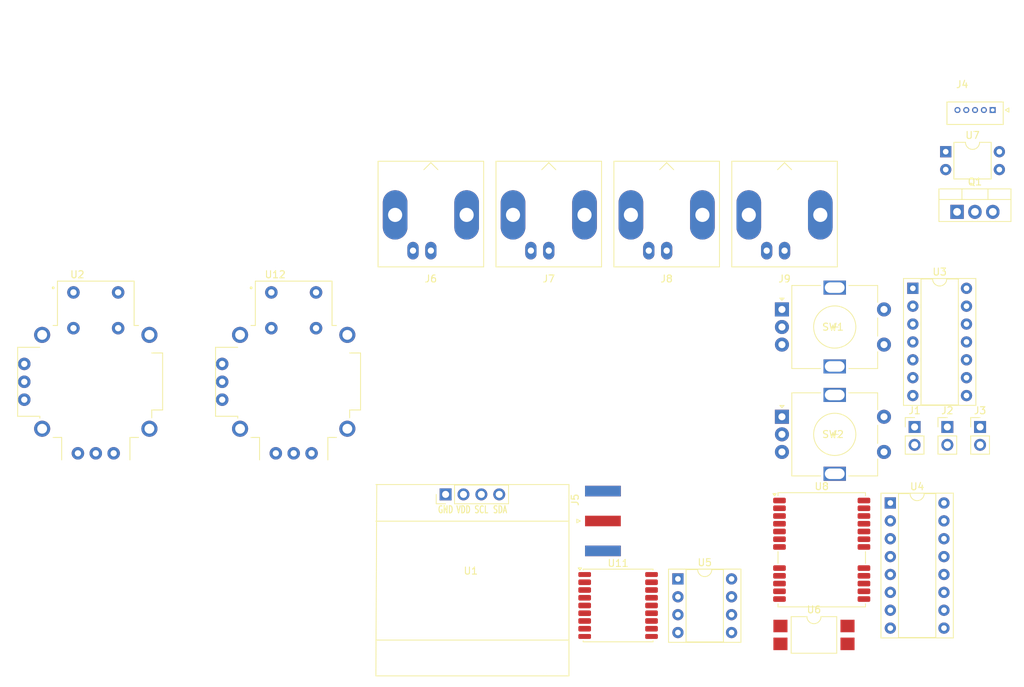
<source format=kicad_pcb>
(kicad_pcb (version 20240108) (generator "pcbnew") (generator_version "8.0")
  (layers (0 "F.Cu" signal) (31 "B.Cu" signal) (34 "B.Paste" user) (35 "F.Paste" user) (36 "B.SilkS" user "B.Silkscreen") (37 "F.SilkS" user "F.Silkscreen") (38 "B.Mask" user) (39 "F.Mask" user) (44 "Edge.Cuts" user))
  (net 0 "")
  (net 75 "Net-(U6-Pad3)")
  (net 76 "Net-(U6-Pad4)")
  (net 85 "Net-(U8-GND-Pad10)")
  (net 105 "Net-(U11-GND-Pad1)")
  (net 117 "Net-(U2-SHIELD-PadS1)")
  (net 126 "Net-(U12-SHIELD-PadS1)")
  (footprint "CREPP_DIP:DIP-8_W7.62mm" (layer "F.Cu") (at 161.361577 45.387885)
    (property "Reference" "V1")
    (property "Value" "~" (hide yes))
  )
  (footprint "Package_DIP:DIP-16_W7.62mm_Socket" (layer "F.Cu") (at 154.366577 113.672885)
    (property "Reference" "U4" (at 3.81 -2.33 0) (layer "F.SilkS"))
    (property "Value" "L293D")
    (fp_line (start -1.33 -1.39) (end -1.33 19.17) (stroke (width 0.12)) (layer "F.SilkS"))
    (fp_line (start -1.33 19.17) (end 8.95 19.17) (stroke (width 0.12)) (layer "F.SilkS"))
    (fp_line (start 1.16 -1.33) (end 1.16 19.11) (stroke (width 0.12)) (layer "F.SilkS"))
    (fp_line (start 1.16 19.11) (end 6.46 19.11) (stroke (width 0.12)) (layer "F.SilkS"))
    (fp_line (start 2.81 -1.33) (end 1.16 -1.33) (stroke (width 0.12)) (layer "F.SilkS"))
    (fp_line (start 6.46 -1.33) (end 4.81 -1.33) (stroke (width 0.12)) (layer "F.SilkS"))
    (fp_line (start 6.46 19.11) (end 6.46 -1.33) (stroke (width 0.12)) (layer "F.SilkS"))
    (fp_line (start 8.95 -1.39) (end -1.33 -1.39) (stroke (width 0.12)) (layer "F.SilkS"))
    (fp_line (start 8.95 19.17) (end 8.95 -1.39) (stroke (width 0.12)) (layer "F.SilkS"))
    (fp_arc (start 4.81 -1.33) (mid 3.81 -0.33) (end 2.81 -1.33) (stroke (width 0.12)) (layer "F.SilkS"))
    (pad "1" thru_hole rect (at 0 0) (size 1.6 1.6) (drill 0.8) (layers "*.Cu" "*.Mask"))
    (pad "2" thru_hole oval (at 0 2.54) (size 1.6 1.6) (drill 0.8) (layers "*.Cu" "*.Mask"))
    (pad "3" thru_hole oval (at 0 5.08) (size 1.6 1.6) (drill 0.8) (layers "*.Cu" "*.Mask"))
    (pad "4" thru_hole oval (at 0 7.62) (size 1.6 1.6) (drill 0.8) (layers "*.Cu" "*.Mask"))
    (pad "5" thru_hole oval (at 0 10.16) (size 1.6 1.6) (drill 0.8) (layers "*.Cu" "*.Mask"))
    (pad "6" thru_hole oval (at 0 12.7) (size 1.6 1.6) (drill 0.8) (layers "*.Cu" "*.Mask"))
    (pad "7" thru_hole oval (at 0 15.24) (size 1.6 1.6) (drill 0.8) (layers "*.Cu" "*.Mask"))
    (pad "8" thru_hole oval (at 0 17.78) (size 1.6 1.6) (drill 0.8) (layers "*.Cu" "*.Mask"))
    (pad "9" thru_hole oval (at 7.62 17.78) (size 1.6 1.6) (drill 0.8) (layers "*.Cu" "*.Mask"))
    (pad "10" thru_hole oval (at 7.62 15.24) (size 1.6 1.6) (drill 0.8) (layers "*.Cu" "*.Mask"))
    (pad "11" thru_hole oval (at 7.62 12.7) (size 1.6 1.6) (drill 0.8) (layers "*.Cu" "*.Mask"))
    (pad "12" thru_hole oval (at 7.62 10.16) (size 1.6 1.6) (drill 0.8) (layers "*.Cu" "*.Mask"))
    (pad "13" thru_hole oval (at 7.62 7.62) (size 1.6 1.6) (drill 0.8) (layers "*.Cu" "*.Mask"))
    (pad "14" thru_hole oval (at 7.62 5.08) (size 1.6 1.6) (drill 0.8) (layers "*.Cu" "*.Mask"))
    (pad "15" thru_hole oval (at 7.62 2.54) (size 1.6 1.6) (drill 0.8) (layers "*.Cu" "*.Mask"))
    (pad "16" thru_hole oval (at 7.62 0) (size 1.6 1.6) (drill 0.8) (layers "*.Cu" "*.Mask"))
  )
  (footprint "Connector_PinHeader_2.54mm:PinHeader_1x02_P2.54mm_Vertical" (layer "F.Cu") (at 167.116577 102.872885)
    (property "Reference" "J3" (at 0 -2.33 0) (layer "F.SilkS"))
    (property "Value" "Conn_01x02_Pin")
    (fp_line (start -1.33 -1.33) (end 0 -1.33) (stroke (width 0.12)) (layer "F.SilkS"))
    (fp_line (start -1.33 0) (end -1.33 -1.33) (stroke (width 0.12)) (layer "F.SilkS"))
    (fp_line (start -1.33 1.27) (end -1.33 3.87) (stroke (width 0.12)) (layer "F.SilkS"))
    (fp_line (start -1.33 1.27) (end 1.33 1.27) (stroke (width 0.12)) (layer "F.SilkS"))
    (fp_line (start -1.33 3.87) (end 1.33 3.87) (stroke (width 0.12)) (layer "F.SilkS"))
    (fp_line (start 1.33 1.27) (end 1.33 3.87) (stroke (width 0.12)) (layer "F.SilkS"))
    (pad "1" thru_hole rect (at 0 0) (size 1.7 1.7) (drill 1) (layers "*.Cu" "*.Mask"))
    (pad "2" thru_hole oval (at 0 2.54) (size 1.7 1.7) (drill 1) (layers "*.Cu" "*.Mask"))
  )
  (footprint "CREPP_Jumpers:Jumper_2.54mm_red" (layer "F.Cu") (at 166.071577 76.167885)
    (property "Reference" "JP2" (hide yes))
    (property "Value" "Jumper_2.54mm_red" (hide yes))
  )
  (footprint "Connector_PinHeader_2.54mm:PinHeader_1x02_P2.54mm_Vertical" (layer "F.Cu") (at 157.816577 102.872885)
    (property "Reference" "J1" (at 0 -2.33 0) (layer "F.SilkS"))
    (property "Value" "Conn_01x02_Pin")
    (fp_line (start -1.33 -1.33) (end 0 -1.33) (stroke (width 0.12)) (layer "F.SilkS"))
    (fp_line (start -1.33 0) (end -1.33 -1.33) (stroke (width 0.12)) (layer "F.SilkS"))
    (fp_line (start -1.33 1.27) (end -1.33 3.87) (stroke (width 0.12)) (layer "F.SilkS"))
    (fp_line (start -1.33 1.27) (end 1.33 1.27) (stroke (width 0.12)) (layer "F.SilkS"))
    (fp_line (start -1.33 3.87) (end 1.33 3.87) (stroke (width 0.12)) (layer "F.SilkS"))
    (fp_line (start 1.33 1.27) (end 1.33 3.87) (stroke (width 0.12)) (layer "F.SilkS"))
    (pad "1" thru_hole rect (at 0 0) (size 1.7 1.7) (drill 1) (layers "*.Cu" "*.Mask"))
    (pad "2" thru_hole oval (at 0 2.54) (size 1.7 1.7) (drill 1) (layers "*.Cu" "*.Mask"))
  )
  (footprint "CREPP_Screens:SSD1306_OLED_Display(128x64)" (layer "F.Cu") (at 94.987577 112.452885)
    (property "Reference" "U1" (at -0.2286 10.8712 0) (layer "F.SilkS"))
    (property "Value" "~")
    (fp_line (start -13.716 -1.397) (end 13.716 -1.397) (stroke (width 0.12)) (layer "F.SilkS"))
    (fp_line (start -13.716 3.81) (end 13.716 3.81) (stroke (width 0.12)) (layer "F.SilkS"))
    (fp_line (start -13.716 20.701) (end 13.716 20.701) (stroke (width 0.12)) (layer "F.SilkS"))
    (fp_line (start -13.716 25.781) (end -13.589 -1.397) (stroke (width 0.12)) (layer "F.SilkS"))
    (fp_line (start -5.14 1.33) (end -5.14 0) (stroke (width 0.12)) (layer "F.SilkS"))
    (fp_line (start -3.81 1.33) (end -5.14 1.33) (stroke (width 0.12)) (layer "F.SilkS"))
    (fp_line (start -2.54 -1.33) (end 5.14 -1.33) (stroke (width 0.12)) (layer "F.SilkS"))
    (fp_line (start -2.54 1.33) (end -2.54 -1.33) (stroke (width 0.12)) (layer "F.SilkS"))
    (fp_line (start -2.54 1.33) (end 5.14 1.33) (stroke (width 0.12)) (layer "F.SilkS"))
    (fp_line (start 5.14 1.33) (end 5.14 -1.33) (stroke (width 0.12)) (layer "F.SilkS"))
    (fp_line (start 13.716 25.781) (end -13.716 25.781) (stroke (width 0.12)) (layer "F.SilkS"))
    (fp_line (start 13.716 25.781) (end 13.716 -1.397) (stroke (width 0.12)) (layer "F.SilkS"))
    (fp_text user "SDA" (at 3.937 2.159 0) (layer "F.SilkS") (effects (font (size 1 0.7))))
    (fp_text user "VDD" (at -1.27 2.159 0) (layer "F.SilkS") (effects (font (size 1 0.7))))
    (fp_text user "SCL" (at 1.27 2.159 0) (layer "F.SilkS") (effects (font (size 1 0.7))))
    (fp_text user "GND" (at -3.81 2.159 0) (layer "F.SilkS") (effects (font (size 1 0.7))))
    (pad "" np_thru_hole oval (at -11.176 0.635) (size 3.8 2.9) (drill oval 3.8 2.9) (layers "*.Cu" "*.Mask"))
    (pad "" np_thru_hole oval (at -11.176 23.749) (size 3.8 2.9) (drill oval 3.8 2.9) (layers "*.Cu" "*.Mask"))
    (pad "" np_thru_hole oval (at 11.176 0.635) (size 3.8 2.9) (drill oval 3.8 2.9) (layers "*.Cu" "*.Mask"))
    (pad "" np_thru_hole oval (at 11.176 23.749) (size 3.8 2.9) (drill oval 3.8 2.9) (layers "*.Cu" "*.Mask"))
    (pad "1" thru_hole rect (at -3.81 0 90) (size 1.7 1.7) (drill 1) (layers "*.Cu" "*.Mask"))
    (pad "2" thru_hole oval (at -1.27 0 90) (size 1.7 1.7) (drill 1) (layers "*.Cu" "*.Mask"))
    (pad "3" thru_hole oval (at 1.27 0 90) (size 1.7 1.7) (drill 1) (layers "*.Cu" "*.Mask"))
    (pad "4" thru_hole oval (at 3.81 0 90) (size 1.7 1.7) (drill 1) (layers "*.Cu" "*.Mask"))
  )
  (footprint "Connector_Coaxial:BNC_Amphenol_B6252HB-NPP3G-50_Horizontal" (layer "F.Cu") (at 105.836577 77.822885)
    (property "Reference" "J7" (at 0 4 0) (layer "F.SilkS"))
    (property "Value" "BNC")
    (fp_line (start -7.5 -12.7) (end 7.5 -12.7) (stroke (width 0.12)) (layer "F.SilkS"))
    (fp_line (start -7.5 2.3) (end -7.5 -12.7) (stroke (width 0.12)) (layer "F.SilkS"))
    (fp_line (start 0 -12.5) (end -1 -11.5) (stroke (width 0.12)) (layer "F.SilkS"))
    (fp_line (start 0 -12.5) (end 1 -11.5) (stroke (width 0.12)) (layer "F.SilkS"))
    (fp_line (start 7.5 -12.7) (end 7.5 2.3) (stroke (width 0.12)) (layer "F.SilkS"))
    (fp_line (start 7.5 2.3) (end -7.5 2.3) (stroke (width 0.12)) (layer "F.SilkS"))
    (pad "1" thru_hole oval (at 0 0) (size 1.6 2.5) (drill 0.89) (layers "*.Cu" "*.Mask"))
    (pad "2" thru_hole oval (at -5.08 -5.08) (size 3.5 7) (drill 2.01) (layers "*.Cu" "*.Mask"))
    (pad "2" thru_hole oval (at -2.54 0) (size 1.6 2.5) (drill 0.89) (layers "*.Cu" "*.Mask"))
    (pad "2" thru_hole oval (at 5.08 -5.08) (size 3.5 7) (drill 2.01) (layers "*.Cu" "*.Mask"))
  )
  (footprint "Package_TO_SOT_THT:TO-220-3_Vertical" (layer "F.Cu") (at 163.846577 72.312885)
    (property "Reference" "Q1" (at 2.54 -4.27 0) (layer "F.SilkS"))
    (property "Value" "IRF540N")
    (fp_line (start -2.58 -3.27) (end -2.58 1.371) (stroke (width 0.12)) (layer "F.SilkS"))
    (fp_line (start -2.58 -3.27) (end 7.66 -3.27) (stroke (width 0.12)) (layer "F.SilkS"))
    (fp_line (start -2.58 -1.76) (end 7.66 -1.76) (stroke (width 0.12)) (layer "F.SilkS"))
    (fp_line (start -2.58 1.371) (end 7.66 1.371) (stroke (width 0.12)) (layer "F.SilkS"))
    (fp_line (start 0.69 -3.27) (end 0.69 -1.76) (stroke (width 0.12)) (layer "F.SilkS"))
    (fp_line (start 4.391 -3.27) (end 4.391 -1.76) (stroke (width 0.12)) (layer "F.SilkS"))
    (fp_line (start 7.66 -3.27) (end 7.66 1.371) (stroke (width 0.12)) (layer "F.SilkS"))
    (pad "1" thru_hole rect (at 0 0) (size 1.905 2) (drill 1.1) (layers "*.Cu" "*.Mask"))
    (pad "2" thru_hole oval (at 2.54 0) (size 1.905 2) (drill 1.1) (layers "*.Cu" "*.Mask"))
    (pad "3" thru_hole oval (at 5.08 0) (size 1.905 2) (drill 1.1) (layers "*.Cu" "*.Mask"))
  )
  (footprint "CREPP_Servo:SG90_Servo" (layer "F.Cu") (at 154.052777 52.277485)
    (property "Reference" "SERVO_SG1" (hide yes))
    (property "Value" "~")
  )
  (footprint "CREPP_Spacers:Spacer_M3_MF_05mm" (layer "F.Cu") (at 167.64 115.146308)
    (property "Reference" "S1" (hide yes))
    (property "Value" "~" (hide yes))
  )
  (footprint "CREPP_Joysticks:XDCR_COM-09032" (layer "F.Cu") (at 41.476446 96.4565)
    (property "Reference" "U2" (at -2.625 -15.235 0) (layer "F.SilkS"))
    (property "Value" "COM-09032")
    (fp_line (start -11.1 -4.9) (end -7.95 -4.9) (stroke (width 0.127)) (layer "F.SilkS"))
    (fp_line (start -11.1 4.9) (end -11.1 -4.9) (stroke (width 0.127)) (layer "F.SilkS"))
    (fp_line (start -7.95 4.9) (end -11.1 4.9) (stroke (width 0.127)) (layer "F.SilkS"))
    (fp_line (start -7.95 5.17) (end -7.95 4.9) (stroke (width 0.127)) (layer "F.SilkS"))
    (fp_line (start -6.07 -8) (end -5.45 -8) (stroke (width 0.127)) (layer "F.SilkS"))
    (fp_line (start -5.45 -14.3) (end 5.45 -14.3) (stroke (width 0.127)) (layer "F.SilkS"))
    (fp_line (start -5.45 -8) (end -5.45 -14.3) (stroke (width 0.127)) (layer "F.SilkS"))
    (fp_line (start -4.85 7.9) (end -6.07 7.9) (stroke (width 0.127)) (layer "F.SilkS"))
    (fp_line (start -4.85 11.1) (end -4.85 7.9) (stroke (width 0.127)) (layer "F.SilkS"))
    (fp_line (start 4.85 7.9) (end 4.85 11.1) (stroke (width 0.127)) (layer "F.SilkS"))
    (fp_line (start 5.45 -14.3) (end 5.45 -8) (stroke (width 0.127)) (layer "F.SilkS"))
    (fp_line (start 5.45 -8) (end 6.08 -8) (stroke (width 0.127)) (layer "F.SilkS"))
    (fp_line (start 6.08 7.9) (end 4.85 7.9) (stroke (width 0.127)) (layer "F.SilkS"))
    (fp_line (start 7.95 -4.1) (end 9.5 -4.1) (stroke (width 0.127)) (layer "F.SilkS"))
    (fp_line (start 7.95 4) (end 7.95 5.12) (stroke (width 0.127)) (layer "F.SilkS"))
    (fp_line (start 9.5 -4.1) (end 9.5 4) (stroke (width 0.127)) (layer "F.SilkS"))
    (fp_line (start 9.5 4) (end 7.95 4) (stroke (width 0.127)) (layer "F.SilkS"))
    (fp_circle (center -6.05 -13.35) (end -5.95 -13.35) (stroke (width 0.2)) (fill none) (layer "F.SilkS"))
    (pad "B1A" thru_hole circle (at -3.175 -12.7) (size 1.778 1.778) (drill 0.9) (layers "*.Cu" "*.Mask"))
    (pad "B1B" thru_hole circle (at 3.175 -12.7) (size 1.778 1.778) (drill 0.9) (layers "*.Cu" "*.Mask"))
    (pad "B2A" thru_hole circle (at -3.175 -7.62) (size 1.778 1.778) (drill 0.9) (layers "*.Cu" "*.Mask"))
    (pad "B2B" thru_hole circle (at 3.175 -7.62) (size 1.778 1.778) (drill 0.9) (layers "*.Cu" "*.Mask"))
    (pad "H1" thru_hole circle (at -2.54 10.16) (size 1.778 1.778) (drill 0.889) (layers "*.Cu" "*.Mask"))
    (pad "H2" thru_hole circle (at 0 10.16) (size 1.778 1.778) (drill 0.889) (layers "*.Cu" "*.Mask"))
    (pad "H3" thru_hole circle (at 2.54 10.16) (size 1.778 1.778) (drill 0.889) (layers "*.Cu" "*.Mask"))
    (pad "S1" thru_hole circle (at -7.62 -6.6675) (size 2.286 2.286) (drill 1.397) (layers "*.Cu" "*.Mask") (net 117 "Net-(U2-SHIELD-PadS1)"))
    (pad "S2" thru_hole circle (at -7.62 6.6675) (size 2.286 2.286) (drill 1.397) (layers "*.Cu" "*.Mask") (net 117 "Net-(U2-SHIELD-PadS1)"))
    (pad "S3" thru_hole circle (at 7.62 6.6675) (size 2.286 2.286) (drill 1.397) (layers "*.Cu" "*.Mask") (net 117 "Net-(U2-SHIELD-PadS1)"))
    (pad "S4" thru_hole circle (at 7.62 -6.6675) (size 2.286 2.286) (drill 1.397) (layers "*.Cu" "*.Mask") (net 117 "Net-(U2-SHIELD-PadS1)"))
    (pad "V1" thru_hole circle (at -10.16 -2.54) (size 1.778 1.778) (drill 0.889) (layers "*.Cu" "*.Mask"))
    (pad "V2" thru_hole circle (at -10.16 0) (size 1.778 1.778) (drill 0.889) (layers "*.Cu" "*.Mask"))
    (pad "V3" thru_hole circle (at -10.16 2.54) (size 1.778 1.778) (drill 0.889) (layers "*.Cu" "*.Mask"))
  )
  (footprint "CREPP_RotaryEncoders:RotaryEncoder" (layer "F.Cu") (at 138.966577 86.172885)
    (property "Reference" "SW1" (at 7.25 2.5 0) (layer "F.SilkS"))
    (property "Value" "RotaryEncoder_Switch" (hide yes))
    (fp_line (start -0.3 -1.6) (end 0.3 -1.6) (stroke (width 0.12)) (layer "F.SilkS"))
    (fp_line (start 0 -1.3) (end -0.3 -1.6) (stroke (width 0.12)) (layer "F.SilkS"))
    (fp_line (start 0.3 -1.6) (end 0 -1.3) (stroke (width 0.12)) (layer "F.SilkS"))
    (fp_line (start 1.4 -3.4) (end 1.4 8.4) (stroke (width 0.12)) (layer "F.SilkS"))
    (fp_line (start 5.5 -3.4) (end 1.4 -3.4) (stroke (width 0.12)) (layer "F.SilkS"))
    (fp_line (start 5.5 8.4) (end 1.4 8.4) (stroke (width 0.12)) (layer "F.SilkS"))
    (fp_line (start 7 2.5) (end 8 2.5) (stroke (width 0.12)) (layer "F.SilkS"))
    (fp_line (start 7.5 2) (end 7.5 3) (stroke (width 0.12)) (layer "F.SilkS"))
    (fp_line (start 9.5 -3.4) (end 13.6 -3.4) (stroke (width 0.12)) (layer "F.SilkS"))
    (fp_line (start 13.6 -3.4) (end 13.6 -1) (stroke (width 0.12)) (layer "F.SilkS"))
    (fp_line (start 13.6 1.2) (end 13.6 3.8) (stroke (width 0.12)) (layer "F.SilkS"))
    (fp_line (start 13.6 6) (end 13.6 8.4) (stroke (width 0.12)) (layer "F.SilkS"))
    (fp_line (start 13.6 8.4) (end 9.5 8.4) (stroke (width 0.12)) (layer "F.SilkS"))
    (fp_circle (center 7.5 2.5) (end 10.5 2.5) (stroke (width 0.12)) (fill none) (layer "F.SilkS"))
    (pad "A" thru_hole rect (at 0 0) (size 2 2) (drill 1) (layers "*.Cu" "*.Mask"))
    (pad "B" thru_hole circle (at 0 5) (size 2 2) (drill 1) (layers "*.Cu" "*.Mask"))
    (pad "C" thru_hole circle (at 0 2.5) (size 2 2) (drill 1) (layers "*.Cu" "*.Mask"))
    (pad "MP" thru_hole rect (at 7.5 -3.1) (size 3.2 2) (drill oval 2.8 1.5) (layers "*.Cu" "*.Mask"))
    (pad "MP" thru_hole rect (at 7.5 8.1) (size 3.2 2) (drill oval 2.8 1.5) (layers "*.Cu" "*.Mask"))
    (pad "S1" thru_hole circle (at 14.5 5) (size 2 2) (drill 1) (layers "*.Cu" "*.Mask"))
    (pad "S2" thru_hole circle (at 14.5 0) (size 2 2) (drill 1) (layers "*.Cu" "*.Mask"))
  )
  (footprint "Package_DIP:DIP-4_W7.62mm" (layer "F.Cu") (at 162.236577 63.762885)
    (property "Reference" "U7" (at 3.81 -2.33 0) (layer "F.SilkS"))
    (property "Value" "PC817_THT")
    (fp_line (start 1.16 -1.33) (end 1.16 3.87) (stroke (width 0.12)) (layer "F.SilkS"))
    (fp_line (start 1.16 3.87) (end 6.46 3.87) (stroke (width 0.12)) (layer "F.SilkS"))
    (fp_line (start 2.81 -1.33) (end 1.16 -1.33) (stroke (width 0.12)) (layer "F.SilkS"))
    (fp_line (start 6.46 -1.33) (end 4.81 -1.33) (stroke (width 0.12)) (layer "F.SilkS"))
    (fp_line (start 6.46 3.87) (end 6.46 -1.33) (stroke (width 0.12)) (layer "F.SilkS"))
    (fp_arc (start 4.81 -1.33) (mid 3.81 -0.33) (end 2.81 -1.33) (stroke (width 0.12)) (layer "F.SilkS"))
    (pad "1" thru_hole rect (at 0 0) (size 1.6 1.6) (drill 0.8) (layers "*.Cu" "*.Mask") (net 76 "Net-(U6-Pad4)"))
    (pad "2" thru_hole oval (at 0 2.54) (size 1.6 1.6) (drill 0.8) (layers "*.Cu" "*.Mask") (net 75 "Net-(U6-Pad3)"))
    (pad "3" thru_hole oval (at 7.62 2.54) (size 1.6 1.6) (drill 0.8) (layers "*.Cu" "*.Mask"))
    (pad "4" thru_hole oval (at 7.62 0) (size 1.6 1.6) (drill 0.8) (layers "*.Cu" "*.Mask"))
  )
  (footprint "CREPP_Jumpers:Jumper_2.54mm_blue" (layer "F.Cu") (at 169.711577 76.167885)
    (property "Reference" "JP3" (hide yes))
    (property "Value" "Jumper_2.54mm_blue" (hide yes))
  )
  (footprint "CREPP_Joysticks:XDCR_COM-09032" (layer "F.Cu") (at 69.596 96.4565)
    (property "Reference" "U12" (at -2.625 -15.235 0) (layer "F.SilkS"))
    (property "Value" "COM-09032")
    (fp_line (start -11.1 -4.9) (end -7.95 -4.9) (stroke (width 0.127)) (layer "F.SilkS"))
    (fp_line (start -11.1 4.9) (end -11.1 -4.9) (stroke (width 0.127)) (layer "F.SilkS"))
    (fp_line (start -7.95 4.9) (end -11.1 4.9) (stroke (width 0.127)) (layer "F.SilkS"))
    (fp_line (start -7.95 5.17) (end -7.95 4.9) (stroke (width 0.127)) (layer "F.SilkS"))
    (fp_line (start -6.07 -8) (end -5.45 -8) (stroke (width 0.127)) (layer "F.SilkS"))
    (fp_line (start -5.45 -14.3) (end 5.45 -14.3) (stroke (width 0.127)) (layer "F.SilkS"))
    (fp_line (start -5.45 -8) (end -5.45 -14.3) (stroke (width 0.127)) (layer "F.SilkS"))
    (fp_line (start -4.85 7.9) (end -6.07 7.9) (stroke (width 0.127)) (layer "F.SilkS"))
    (fp_line (start -4.85 11.1) (end -4.85 7.9) (stroke (width 0.127)) (layer "F.SilkS"))
    (fp_line (start 4.85 7.9) (end 4.85 11.1) (stroke (width 0.127)) (layer "F.SilkS"))
    (fp_line (start 5.45 -14.3) (end 5.45 -8) (stroke (width 0.127)) (layer "F.SilkS"))
    (fp_line (start 5.45 -8) (end 6.08 -8) (stroke (width 0.127)) (layer "F.SilkS"))
    (fp_line (start 6.08 7.9) (end 4.85 7.9) (stroke (width 0.127)) (layer "F.SilkS"))
    (fp_line (start 7.95 -4.1) (end 9.5 -4.1) (stroke (width 0.127)) (layer "F.SilkS"))
    (fp_line (start 7.95 4) (end 7.95 5.12) (stroke (width 0.127)) (layer "F.SilkS"))
    (fp_line (start 9.5 -4.1) (end 9.5 4) (stroke (width 0.127)) (layer "F.SilkS"))
    (fp_line (start 9.5 4) (end 7.95 4) (stroke (width 0.127)) (layer "F.SilkS"))
    (fp_circle (center -6.05 -13.35) (end -5.95 -13.35) (stroke (width 0.2)) (fill none) (layer "F.SilkS"))
    (pad "B1A" thru_hole circle (at -3.175 -12.7) (size 1.778 1.778) (drill 0.9) (layers "*.Cu" "*.Mask"))
    (pad "B1B" thru_hole circle (at 3.175 -12.7) (size 1.778 1.778) (drill 0.9) (layers "*.Cu" "*.Mask"))
    (pad "B2A" thru_hole circle (at -3.175 -7.62) (size 1.778 1.778) (drill 0.9) (layers "*.Cu" "*.Mask"))
    (pad "B2B" thru_hole circle (at 3.175 -7.62) (size 1.778 1.778) (drill 0.9) (layers "*.Cu" "*.Mask"))
    (pad "H1" thru_hole circle (at -2.54 10.16) (size 1.778 1.778) (drill 0.889) (layers "*.Cu" "*.Mask"))
    (pad "H2" thru_hole circle (at 0 10.16) (size 1.778 1.778) (drill 0.889) (layers "*.Cu" "*.Mask"))
    (pad "H3" thru_hole circle (at 2.54 10.16) (size 1.778 1.778) (drill 0.889) (layers "*.Cu" "*.Mask"))
    (pad "S1" thru_hole circle (at -7.62 -6.6675) (size 2.286 2.286) (drill 1.397) (layers "*.Cu" "*.Mask") (net 126 "Net-(U12-SHIELD-PadS1)"))
    (pad "S2" thru_hole circle (at -7.62 6.6675) (size 2.286 2.286) (drill 1.397) (layers "*.Cu" "*.Mask") (net 126 "Net-(U12-SHIELD-PadS1)"))
    (pad "S3" thru_hole circle (at 7.62 6.6675) (size 2.286 2.286) (drill 1.397) (layers "*.Cu" "*.Mask") (net 126 "Net-(U12-SHIELD-PadS1)"))
    (pad "S4" thru_hole circle (at 7.62 -6.6675) (size 2.286 2.286) (drill 1.397) (layers "*.Cu" "*.Mask") (net 126 "Net-(U12-SHIELD-PadS1)"))
    (pad "V1" thru_hole circle (at -10.16 -2.54) (size 1.778 1.778) (drill 0.889) (layers "*.Cu" "*.Mask"))
    (pad "V2" thru_hole circle (at -10.16 0) (size 1.778 1.778) (drill 0.889) (layers "*.Cu" "*.Mask"))
    (pad "V3" thru_hole circle (at -10.16 2.54) (size 1.778 1.778) (drill 0.889) (layers "*.Cu" "*.Mask"))
  )
  (footprint "CREPP_Jumpers:Jumper_2.54mm_black" (layer "F.Cu") (at 162.431577 76.167885)
    (property "Reference" "JP1" (hide yes))
    (property "Value" "Jumper_2.54mm_black" (hide yes))
  )
  (footprint "Package_DIP:DIP-14_W7.62mm_Socket" (layer "F.Cu") (at 157.566577 83.172885)
    (property "Reference" "U3" (at 3.81 -2.33 0) (layer "F.SilkS"))
    (property "Value" "74HC04")
    (fp_line (start -1.33 -1.39) (end -1.33 16.63) (stroke (width 0.12)) (layer "F.SilkS"))
    (fp_line (start -1.33 16.63) (end 8.95 16.63) (stroke (width 0.12)) (layer "F.SilkS"))
    (fp_line (start 1.16 -1.33) (end 1.16 16.57) (stroke (width 0.12)) (layer "F.SilkS"))
    (fp_line (start 1.16 16.57) (end 6.46 16.57) (stroke (width 0.12)) (layer "F.SilkS"))
    (fp_line (start 2.81 -1.33) (end 1.16 -1.33) (stroke (width 0.12)) (layer "F.SilkS"))
    (fp_line (start 6.46 -1.33) (end 4.81 -1.33) (stroke (width 0.12)) (layer "F.SilkS"))
    (fp_line (start 6.46 16.57) (end 6.46 -1.33) (stroke (width 0.12)) (layer "F.SilkS"))
    (fp_line (start 8.95 -1.39) (end -1.33 -1.39) (stroke (width 0.12)) (layer "F.SilkS"))
    (fp_line (start 8.95 16.63) (end 8.95 -1.39) (stroke (width 0.12)) (layer "F.SilkS"))
    (fp_arc (start 4.81 -1.33) (mid 3.81 -0.33) (end 2.81 -1.33) (stroke (width 0.12)) (layer "F.SilkS"))
    (pad "1" thru_hole rect (at 0 0) (size 1.6 1.6) (drill 0.8) (layers "*.Cu" "*.Mask"))
    (pad "2" thru_hole oval (at 0 2.54) (size 1.6 1.6) (drill 0.8) (layers "*.Cu" "*.Mask"))
    (pad "3" thru_hole oval (at 0 5.08) (size 1.6 1.6) (drill 0.8) (layers "*.Cu" "*.Mask"))
    (pad "4" thru_hole oval (at 0 7.62) (size 1.6 1.6) (drill 0.8) (layers "*.Cu" "*.Mask"))
    (pad "5" thru_hole oval (at 0 10.16) (size 1.6 1.6) (drill 0.8) (layers "*.Cu" "*.Mask"))
    (pad "6" thru_hole oval (at 0 12.7) (size 1.6 1.6) (drill 0.8) (layers "*.Cu" "*.Mask"))
    (pad "7" thru_hole oval (at 0 15.24) (size 1.6 1.6) (drill 0.8) (layers "*.Cu" "*.Mask"))
    (pad "8" thru_hole oval (at 7.62 15.24) (size 1.6 1.6) (drill 0.8) (layers "*.Cu" "*.Mask"))
    (pad "9" thru_hole oval (at 7.62 12.7) (size 1.6 1.6) (drill 0.8) (layers "*.Cu" "*.Mask"))
    (pad "10" thru_hole oval (at 7.62 10.16) (size 1.6 1.6) (drill 0.8) (layers "*.Cu" "*.Mask"))
    (pad "11" thru_hole oval (at 7.62 7.62) (size 1.6 1.6) (drill 0.8) (layers "*.Cu" "*.Mask"))
    (pad "12" thru_hole oval (at 7.62 5.08) (size 1.6 1.6) (drill 0.8) (layers "*.Cu" "*.Mask"))
    (pad "13" thru_hole oval (at 7.62 2.54) (size 1.6 1.6) (drill 0.8) (layers "*.Cu" "*.Mask"))
    (pad "14" thru_hole oval (at 7.62 0) (size 1.6 1.6) (drill 0.8) (layers "*.Cu" "*.Mask"))
  )
  (footprint "Connector_Coaxial:BNC_Amphenol_B6252HB-NPP3G-50_Horizontal" (layer "F.Cu") (at 89.086577 77.822885)
    (property "Reference" "J6" (at 0 4 0) (layer "F.SilkS"))
    (property "Value" "BNC")
    (fp_line (start -7.5 -12.7) (end 7.5 -12.7) (stroke (width 0.12)) (layer "F.SilkS"))
    (fp_line (start -7.5 2.3) (end -7.5 -12.7) (stroke (width 0.12)) (layer "F.SilkS"))
    (fp_line (start 0 -12.5) (end -1 -11.5) (stroke (width 0.12)) (layer "F.SilkS"))
    (fp_line (start 0 -12.5) (end 1 -11.5) (stroke (width 0.12)) (layer "F.SilkS"))
    (fp_line (start 7.5 -12.7) (end 7.5 2.3) (stroke (width 0.12)) (layer "F.SilkS"))
    (fp_line (start 7.5 2.3) (end -7.5 2.3) (stroke (width 0.12)) (layer "F.SilkS"))
    (pad "1" thru_hole oval (at 0 0) (size 1.6 2.5) (drill 0.89) (layers "*.Cu" "*.Mask"))
    (pad "2" thru_hole oval (at -5.08 -5.08) (size 3.5 7) (drill 2.01) (layers "*.Cu" "*.Mask"))
    (pad "2" thru_hole oval (at -2.54 0) (size 1.6 2.5) (drill 0.89) (layers "*.Cu" "*.Mask"))
    (pad "2" thru_hole oval (at 5.08 -5.08) (size 3.5 7) (drill 2.01) (layers "*.Cu" "*.Mask"))
  )
  (footprint "CREPP_Spacers:Spacer_M3_MF_05mm" (layer "F.Cu") (at 167.64 122.343154)
    (property "Reference" "S2" (hide yes))
    (property "Value" "~" (hide yes))
  )
  (footprint "CREPP_Heatsinks:HeastSink_MOSFET_15mm_10mm_20mm" (layer "F.Cu") (at 137.691577 136.497885)
    (property "Reference" "HS1")
    (property "Value" "Heatsink [CREPP]")
  )
  (footprint "CREPP_Connector_Picoblade:MOLEX_530470510" (layer "F.Cu") (at 168.906577 57.842885)
    (property "Reference" "J4" (at -4.325 -3.635 0) (layer "F.SilkS"))
    (property "Value" "530470510_Picoblade" (hide yes))
    (fp_line (start -6.5 -1.15) (end 1.5 -1.15) (stroke (width 0.127)) (layer "F.SilkS"))
    (fp_line (start -6.5 2.05) (end -6.5 -1.15) (stroke (width 0.127)) (layer "F.SilkS"))
    (fp_line (start 1.5 -1.15) (end 1.5 2.05) (stroke (width 0.127)) (layer "F.SilkS"))
    (fp_line (start 1.5 2.05) (end -6.5 2.05) (stroke (width 0.127)) (layer "F.SilkS"))
    (fp_line (start 1.8 0) (end 2.3 -0.3) (stroke (width 0.127)) (layer "F.SilkS"))
    (fp_line (start 2.3 -0.3) (end 2.3 0.3) (stroke (width 0.127)) (layer "F.SilkS"))
    (fp_line (start 2.3 0.3) (end 1.8 0) (stroke (width 0.127)) (layer "F.SilkS"))
    (pad "1" thru_hole rect (at 0 0) (size 0.85 0.85) (drill 0.5) (layers "*.Cu"))
    (pad "2" thru_hole circle (at -1.25 0) (size 0.85 0.85) (drill 0.5) (layers "*.Cu"))
    (pad "3" thru_hole circle (at -2.5 0) (size 0.85 0.85) (drill 0.5) (layers "*.Cu"))
    (pad "4" thru_hole circle (at -3.75 0) (size 0.85 0.85) (drill 0.5) (layers "*.Cu"))
    (pad "5" thru_hole circle (at -5 0) (size 0.85 0.85) (drill 0.5) (layers "*.Cu"))
  )
  (footprint "CREPP_GNSS:ublox_MAX" (layer "F.Cu") (at 115.686577 128.237885)
    (property "Reference" "U11" (at 0 -6 0) (layer "F.SilkS"))
    (property "Value" "MAX-8Q")
    (fp_line (start -4.96 -5.16) (end -4.96 -5.01) (stroke (width 0.12)) (layer "F.SilkS"))
    (fp_line (start -4.96 -5.16) (end 4.96 -5.16) (stroke (width 0.12)) (layer "F.SilkS"))
    (fp_line (start -4.96 5.01) (end -4.96 5.16) (stroke (width 0.12)) (layer "F.SilkS"))
    (fp_line (start -4.96 5.16) (end 4.96 5.16) (stroke (width 0.12)) (layer "F.SilkS"))
    (fp_line (start 4.96 -5.16) (end 4.96 -5.01) (stroke (width 0.12)) (layer "F.SilkS"))
    (fp_line (start 4.96 5.01) (end 4.96 5.16) (stroke (width 0.12)) (layer "F.SilkS"))
    (fp_poly (pts (xy -5.43 -5.01) (xy -5.67 -5.34) (xy -5.19 -5.34) (xy -5.43 -5.01)) (stroke (width 0.12)) (fill solid) (layer "F.SilkS"))
    (pad "1" smd roundrect (at -4.75 -4.4) (size 1.8 0.7) (layers "F.Cu" "F.Paste" "F.Mask") (net 105 "Net-(U11-GND-Pad1)"))
    (pad "2" smd roundrect (at -4.75 -3.3) (size 1.8 0.8) (layers "F.Cu" "F.Paste" "F.Mask"))
    (pad "3" smd roundrect (at -4.75 -2.2) (size 1.8 0.8) (layers "F.Cu" "F.Paste" "F.Mask"))
    (pad "4" smd roundrect (at -4.75 -1.1) (size 1.8 0.8) (layers "F.Cu" "F.Paste" "F.Mask"))
    (pad "5" smd roundrect (at -4.75 0) (size 1.8 0.8) (layers "F.Cu" "F.Paste" "F.Mask"))
    (pad "6" smd roundrect (at -4.75 1.1) (size 1.8 0.8) (layers "F.Cu" "F.Paste" "F.Mask"))
    (pad "7" smd roundrect (at -4.75 2.2) (size 1.8 0.8) (layers "F.Cu" "F.Paste" "F.Mask"))
    (pad "8" smd roundrect (at -4.75 3.3) (size 1.8 0.8) (layers "F.Cu" "F.Paste" "F.Mask"))
    (pad "9" smd roundrect (at -4.75 4.4) (size 1.8 0.7) (layers "F.Cu" "F.Paste" "F.Mask"))
    (pad "10" smd roundrect (at 4.75 4.4) (size 1.8 0.7) (layers "F.Cu" "F.Paste" "F.Mask") (net 105 "Net-(U11-GND-Pad1)"))
    (pad "11" smd roundrect (at 4.75 3.3) (size 1.8 0.8) (layers "F.Cu" "F.Paste" "F.Mask"))
    (pad "12" smd roundrect (at 4.75 2.2) (size 1.8 0.8) (layers "F.Cu" "F.Paste" "F.Mask") (net 105 "Net-(U11-GND-Pad1)"))
    (pad "13" smd roundrect (at 4.75 1.1) (size 1.8 0.8) (layers "F.Cu" "F.Paste" "F.Mask"))
    (pad "14" smd roundrect (at 4.75 0) (size 1.8 0.8) (layers "F.Cu" "F.Paste" "F.Mask"))
    (pad "15" smd roundrect (at 4.75 -1.1) (size 1.8 0.8) (layers "F.Cu" "F.Paste" "F.Mask"))
    (pad "16" smd roundrect (at 4.75 -2.2) (size 1.8 0.8) (layers "F.Cu" "F.Paste" "F.Mask"))
    (pad "17" smd roundrect (at 4.75 -3.3) (size 1.8 0.8) (layers "F.Cu" "F.Paste" "F.Mask"))
    (pad "18" smd roundrect (at 4.75 -4.4) (size 1.8 0.7) (layers "F.Cu" "F.Paste" "F.Mask"))
  )
  (footprint "CREPP_Spacers:Spacer_M3_MF_05mm" (layer "F.Cu") (at 167.64 129.54)
    (property "Reference" "S3" (hide yes))
    (property "Value" "~" (hide yes))
  )
  (footprint "Connector_PinHeader_2.54mm:PinHeader_1x02_P2.54mm_Vertical" (layer "F.Cu") (at 162.466577 102.872885)
    (property "Reference" "J2" (at 0 -2.33 0) (layer "F.SilkS"))
    (property "Value" "Conn_01x02_Pin")
    (fp_line (start -1.33 -1.33) (end 0 -1.33) (stroke (width 0.12)) (layer "F.SilkS"))
    (fp_line (start -1.33 0) (end -1.33 -1.33) (stroke (width 0.12)) (layer "F.SilkS"))
    (fp_line (start -1.33 1.27) (end -1.33 3.87) (stroke (width 0.12)) (layer "F.SilkS"))
    (fp_line (start -1.33 1.27) (end 1.33 1.27) (stroke (width 0.12)) (layer "F.SilkS"))
    (fp_line (start -1.33 3.87) (end 1.33 3.87) (stroke (width 0.12)) (layer "F.SilkS"))
    (fp_line (start 1.33 1.27) (end 1.33 3.87) (stroke (width 0.12)) (layer "F.SilkS"))
    (pad "1" thru_hole rect (at 0 0) (size 1.7 1.7) (drill 1) (layers "*.Cu" "*.Mask"))
    (pad "2" thru_hole oval (at 0 2.54) (size 1.7 1.7) (drill 1) (layers "*.Cu" "*.Mask"))
  )
  (footprint "Package_DIP:DIP-8_W7.62mm_Socket" (layer "F.Cu") (at 124.186577 124.462885)
    (property "Reference" "U5" (at 3.81 -2.33 0) (layer "F.SilkS"))
    (property "Value" "LM358")
    (fp_line (start -1.33 -1.39) (end -1.33 9.01) (stroke (width 0.12)) (layer "F.SilkS"))
    (fp_line (start -1.33 9.01) (end 8.95 9.01) (stroke (width 0.12)) (layer "F.SilkS"))
    (fp_line (start 1.16 -1.33) (end 1.16 8.95) (stroke (width 0.12)) (layer "F.SilkS"))
    (fp_line (start 1.16 8.95) (end 6.46 8.95) (stroke (width 0.12)) (layer "F.SilkS"))
    (fp_line (start 2.81 -1.33) (end 1.16 -1.33) (stroke (width 0.12)) (layer "F.SilkS"))
    (fp_line (start 6.46 -1.33) (end 4.81 -1.33) (stroke (width 0.12)) (layer "F.SilkS"))
    (fp_line (start 6.46 8.95) (end 6.46 -1.33) (stroke (width 0.12)) (layer "F.SilkS"))
    (fp_line (start 8.95 -1.39) (end -1.33 -1.39) (stroke (width 0.12)) (layer "F.SilkS"))
    (fp_line (start 8.95 9.01) (end 8.95 -1.39) (stroke (width 0.12)) (layer "F.SilkS"))
    (fp_arc (start 4.81 -1.33) (mid 3.81 -0.33) (end 2.81 -1.33) (stroke (width 0.12)) (layer "F.SilkS"))
    (pad "1" thru_hole rect (at 0 0) (size 1.6 1.6) (drill 0.8) (layers "*.Cu" "*.Mask"))
    (pad "2" thru_hole oval (at 0 2.54) (size 1.6 1.6) (drill 0.8) (layers "*.Cu" "*.Mask"))
    (pad "3" thru_hole oval (at 0 5.08) (size 1.6 1.6) (drill 0.8) (layers "*.Cu" "*.Mask"))
    (pad "4" thru_hole oval (at 0 7.62) (size 1.6 1.6) (drill 0.8) (layers "*.Cu" "*.Mask"))
    (pad "5" thru_hole oval (at 7.62 7.62) (size 1.6 1.6) (drill 0.8) (layers "*.Cu" "*.Mask"))
    (pad "6" thru_hole oval (at 7.62 5.08) (size 1.6 1.6) (drill 0.8) (layers "*.Cu" "*.Mask"))
    (pad "7" thru_hole oval (at 7.62 2.54) (size 1.6 1.6) (drill 0.8) (layers "*.Cu" "*.Mask"))
    (pad "8" thru_hole oval (at 7.62 0) (size 1.6 1.6) (drill 0.8) (layers "*.Cu" "*.Mask"))
  )
  (footprint "CREPP_RotaryEncoders:RotaryEncoder" (layer "F.Cu") (at 138.966577 101.422885)
    (property "Reference" "SW2" (at 7.25 2.5 0) (layer "F.SilkS"))
    (property "Value" "RotaryEncoder_Switch" (hide yes))
    (fp_line (start -0.3 -1.6) (end 0.3 -1.6) (stroke (width 0.12)) (layer "F.SilkS"))
    (fp_line (start 0 -1.3) (end -0.3 -1.6) (stroke (width 0.12)) (layer "F.SilkS"))
    (fp_line (start 0.3 -1.6) (end 0 -1.3) (stroke (width 0.12)) (layer "F.SilkS"))
    (fp_line (start 1.4 -3.4) (end 1.4 8.4) (stroke (width 0.12)) (layer "F.SilkS"))
    (fp_line (start 5.5 -3.4) (end 1.4 -3.4) (stroke (width 0.12)) (layer "F.SilkS"))
    (fp_line (start 5.5 8.4) (end 1.4 8.4) (stroke (width 0.12)) (layer "F.SilkS"))
    (fp_line (start 7 2.5) (end 8 2.5) (stroke (width 0.12)) (layer "F.SilkS"))
    (fp_line (start 7.5 2) (end 7.5 3) (stroke (width 0.12)) (layer "F.SilkS"))
    (fp_line (start 9.5 -3.4) (end 13.6 -3.4) (stroke (width 0.12)) (layer "F.SilkS"))
    (fp_line (start 13.6 -3.4) (end 13.6 -1) (stroke (width 0.12)) (layer "F.SilkS"))
    (fp_line (start 13.6 1.2) (end 13.6 3.8) (stroke (width 0.12)) (layer "F.SilkS"))
    (fp_line (start 13.6 6) (end 13.6 8.4) (stroke (width 0.12)) (layer "F.SilkS"))
    (fp_line (start 13.6 8.4) (end 9.5 8.4) (stroke (width 0.12)) (layer "F.SilkS"))
    (fp_circle (center 7.5 2.5) (end 10.5 2.5) (stroke (width 0.12)) (fill none) (layer "F.SilkS"))
    (pad "A" thru_hole rect (at 0 0) (size 2 2) (drill 1) (layers "*.Cu" "*.Mask"))
    (pad "B" thru_hole circle (at 0 5) (size 2 2) (drill 1) (layers "*.Cu" "*.Mask"))
    (pad "C" thru_hole circle (at 0 2.5) (size 2 2) (drill 1) (layers "*.Cu" "*.Mask"))
    (pad "MP" thru_hole rect (at 7.5 -3.1) (size 3.2 2) (drill oval 2.8 1.5) (layers "*.Cu" "*.Mask"))
    (pad "MP" thru_hole rect (at 7.5 8.1) (size 3.2 2) (drill oval 2.8 1.5) (layers "*.Cu" "*.Mask"))
    (pad "S1" thru_hole circle (at 14.5 5) (size 2 2) (drill 1) (layers "*.Cu" "*.Mask"))
    (pad "S2" thru_hole circle (at 14.5 0) (size 2 2) (drill 1) (layers "*.Cu" "*.Mask"))
  )
  (footprint "CREPP_SMA:SMA_Amphenol_132289_EdgeMount" (layer "F.Cu") (at 113.531577 116.232885)
    (property "Reference" "J5" (at -3.96 -3 90) (layer "F.SilkS"))
    (property "Value" "Conn_Coaxial")
    (fp_line (start -3.71 -0.25) (end -3.71 0.25) (stroke (width 0.12)) (layer "F.SilkS"))
    (fp_line (start -3.71 0.25) (end -3.21 0) (stroke (width 0.12)) (layer "F.SilkS"))
    (fp_line (start -3.21 0) (end -3.71 -0.25) (stroke (width 0.12)) (layer "F.SilkS"))
    (pad "1" smd rect (at 0 0 90) (size 1.5 5.08) (layers "F.Cu" "F.Paste" "F.Mask"))
    (pad "2" smd rect (at 0 -4.25 90) (size 1.5 5.08) (layers "F.Cu" "F.Paste" "F.Mask"))
    (pad "2" smd rect (at 0 -4.25 90) (size 1.5 5.08) (layers "B.Cu" "B.Paste" "B.Mask"))
    (pad "2" smd rect (at 0 4.25 90) (size 1.5 5.08) (layers "F.Cu" "F.Paste" "F.Mask"))
    (pad "2" smd rect (at 0 4.25 90) (size 1.5 5.08) (layers "B.Cu" "B.Paste" "B.Mask"))
  )
  (footprint "Package_DIP:SMDIP-4_W9.53mm" (layer "F.Cu") (at 143.516577 132.422885)
    (property "Reference" "U6" (at 0 -3.6 0) (layer "F.SilkS"))
    (property "Value" "PC817_SMD")
    (fp_line (start -3.235 -2.6) (end -3.235 2.6) (stroke (width 0.12)) (layer "F.SilkS"))
    (fp_line (start -3.235 2.6) (end 3.235 2.6) (stroke (width 0.12)) (layer "F.SilkS"))
    (fp_line (start -1 -2.6) (end -3.235 -2.6) (stroke (width 0.12)) (layer "F.SilkS"))
    (fp_line (start 3.235 -2.6) (end 1 -2.6) (stroke (width 0.12)) (layer "F.SilkS"))
    (fp_line (start 3.235 2.6) (end 3.235 -2.6) (stroke (width 0.12)) (layer "F.SilkS"))
    (fp_arc (start 1 -2.6) (mid 0 -1.6) (end -1 -2.6) (stroke (width 0.12)) (layer "F.SilkS"))
    (pad "1" smd rect (at -4.765 -1.27) (size 2 1.78) (layers "F.Cu" "F.Paste" "F.Mask"))
    (pad "2" smd rect (at -4.765 1.27) (size 2 1.78) (layers "F.Cu" "F.Paste" "F.Mask"))
    (pad "3" smd rect (at 4.765 1.27) (size 2 1.78) (layers "F.Cu" "F.Paste" "F.Mask") (net 75 "Net-(U6-Pad3)"))
    (pad "4" smd rect (at 4.765 -1.27) (size 2 1.78) (layers "F.Cu" "F.Paste" "F.Mask") (net 76 "Net-(U6-Pad4)"))
  )
  (footprint "Connector_Coaxial:BNC_Amphenol_B6252HB-NPP3G-50_Horizontal" (layer "F.Cu") (at 139.336577 77.822885)
    (property "Reference" "J9" (at 0 4 0) (layer "F.SilkS"))
    (property "Value" "BNC")
    (fp_line (start -7.5 -12.7) (end 7.5 -12.7) (stroke (width 0.12)) (layer "F.SilkS"))
    (fp_line (start -7.5 2.3) (end -7.5 -12.7) (stroke (width 0.12)) (layer "F.SilkS"))
    (fp_line (start 0 -12.5) (end -1 -11.5) (stroke (width 0.12)) (layer "F.SilkS"))
    (fp_line (start 0 -12.5) (end 1 -11.5) (stroke (width 0.12)) (layer "F.SilkS"))
    (fp_line (start 7.5 -12.7) (end 7.5 2.3) (stroke (width 0.12)) (layer "F.SilkS"))
    (fp_line (start 7.5 2.3) (end -7.5 2.3) (stroke (width 0.12)) (layer "F.SilkS"))
    (pad "1" thru_hole oval (at 0 0) (size 1.6 2.5) (drill 0.89) (layers "*.Cu" "*.Mask"))
    (pad "2" thru_hole oval (at -5.08 -5.08) (size 3.5 7) (drill 2.01) (layers "*.Cu" "*.Mask"))
    (pad "2" thru_hole oval (at -2.54 0) (size 1.6 2.5) (drill 0.89) (layers "*.Cu" "*.Mask"))
    (pad "2" thru_hole oval (at 5.08 -5.08) (size 3.5 7) (drill 2.01) (layers "*.Cu" "*.Mask"))
  )
  (footprint "CREPP_GNSS:ublox_NEO" (layer "F.Cu") (at 144.616577 120.322885)
    (property "Reference" "U8" (at 0 -9 0) (layer "F.SilkS"))
    (property "Value" "NEO-M8Q ")
    (fp_line (start -6.21 -8.11) (end -6.21 -7.66) (stroke (width 0.12)) (layer "F.SilkS"))
    (fp_line (start -6.21 -8.11) (end 6.21 -8.11) (stroke (width 0.12)) (layer "F.SilkS"))
    (fp_line (start -6.21 0.26) (end -6.21 1.94) (stroke (width 0.12)) (layer "F.SilkS"))
    (fp_line (start -6.21 7.66) (end -6.21 8.11) (stroke (width 0.12)) (layer "F.SilkS"))
    (fp_line (start -6.21 8.11) (end 6.21 8.11) (stroke (width 0.12)) (layer "F.SilkS"))
    (fp_line (start 6.21 -8.11) (end 6.21 -7.66) (stroke (width 0.12)) (layer "F.SilkS"))
    (fp_line (start 6.21 0.26) (end 6.21 1.94) (stroke (width 0.12)) (layer "F.SilkS"))
    (fp_line (start 6.21 7.66) (end 6.21 8.1) (stroke (width 0.12)) (layer "F.SilkS"))
    (fp_poly (pts (xy -6.7 -7.66) (xy -6.94 -7.99) (xy -6.46 -7.99) (xy -6.7 -7.66)) (stroke (width 0.12)) (fill solid) (layer "F.SilkS"))
    (pad "1" smd roundrect (at -6 -7) (size 1.8 0.8) (layers "F.Cu" "F.Paste" "F.Mask"))
    (pad "2" smd roundrect (at -6 -5.9) (size 1.8 0.8) (layers "F.Cu" "F.Paste" "F.Mask"))
    (pad "3" smd roundrect (at -6 -4.8) (size 1.8 0.8) (layers "F.Cu" "F.Paste" "F.Mask"))
    (pad "4" smd roundrect (at -6 -3.7) (size 1.8 0.8) (layers "F.Cu" "F.Paste" "F.Mask"))
    (pad "5" smd roundrect (at -6 -2.6) (size 1.8 0.8) (layers "F.Cu" "F.Paste" "F.Mask"))
    (pad "6" smd roundrect (at -6 -1.5) (size 1.8 0.8) (layers "F.Cu" "F.Paste" "F.Mask"))
    (pad "7" smd roundrect (at -6 -0.4) (size 1.8 0.8) (layers "F.Cu" "F.Paste" "F.Mask"))
    (pad "8" smd roundrect (at -6 2.6) (size 1.8 0.8) (layers "F.Cu" "F.Paste" "F.Mask"))
    (pad "9" smd roundrect (at -6 3.7) (size 1.8 0.8) (layers "F.Cu" "F.Paste" "F.Mask"))
    (pad "10" smd roundrect (at -6 4.8) (size 1.8 0.8) (layers "F.Cu" "F.Paste" "F.Mask") (net 85 "Net-(U8-GND-Pad10)"))
    (pad "11" smd roundrect (at -6 5.9) (size 1.8 0.8) (layers "F.Cu" "F.Paste" "F.Mask"))
    (pad "12" smd roundrect (at -6 7) (size 1.8 0.8) (layers "F.Cu" "F.Paste" "F.Mask") (net 85 "Net-(U8-GND-Pad10)"))
    (pad "13" smd roundrect (at 6 7) (size 1.8 0.8) (layers "F.Cu" "F.Paste" "F.Mask") (net 85 "Net-(U8-GND-Pad10)"))
    (pad "14" smd roundrect (at 6 5.9) (size 1.8 0.8) (layers "F.Cu" "F.Paste" "F.Mask"))
    (pad "15" smd roundrect (at 6 4.8) (size 1.8 0.8) (layers "F.Cu" "F.Paste" "F.Mask"))
    (pad "16" smd roundrect (at 6 3.7) (size 1.8 0.8) (layers "F.Cu" "F.Paste" "F.Mask"))
    (pad "17" smd roundrect (at 6 2.6) (size 1.8 0.8) (layers "F.Cu" "F.Paste" "F.Mask"))
    (pad "18" smd roundrect (at 6 -0.4) (size 1.8 0.8) (layers "F.Cu" "F.Paste" "F.Mask"))
    (pad "19" smd roundrect (at 6 -1.5) (size 1.8 0.8) (layers "F.Cu" "F.Paste" "F.Mask"))
    (pad "20" smd roundrect (at 6 -2.6) (size 1.8 0.8) (layers "F.Cu" "F.Paste" "F.Mask"))
    (pad "21" smd roundrect (at 6 -3.7) (size 1.8 0.8) (layers "F.Cu" "F.Paste" "F.Mask"))
    (pad "22" smd roundrect (at 6 -4.8) (size 1.8 0.8) (layers "F.Cu" "F.Paste" "F.Mask"))
    (pad "23" smd roundrect (at 6 -5.9) (size 1.8 0.8) (layers "F.Cu" "F.Paste" "F.Mask"))
    (pad "24" smd roundrect (at 6 -7) (size 1.8 0.8) (layers "F.Cu" "F.Paste" "F.Mask") (net 85 "Net-(U8-GND-Pad10)"))
  )
  (footprint "Connector_Coaxial:BNC_Amphenol_B6252HB-NPP3G-50_Horizontal" (layer "F.Cu") (at 122.586577 77.822885)
    (property "Reference" "J8" (at 0 4 0) (layer "F.SilkS"))
    (property "Value" "BNC")
    (fp_line (start -7.5 -12.7) (end 7.5 -12.7) (stroke (width 0.12)) (layer "F.SilkS"))
    (fp_line (start -7.5 2.3) (end -7.5 -12.7) (stroke (width 0.12)) (layer "F.SilkS"))
    (fp_line (start 0 -12.5) (end -1 -11.5) (stroke (width 0.12)) (layer "F.SilkS"))
    (fp_line (start 0 -12.5) (end 1 -11.5) (stroke (width 0.12)) (layer "F.SilkS"))
    (fp_line (start 7.5 -12.7) (end 7.5 2.3) (stroke (width 0.12)) (layer "F.SilkS"))
    (fp_line (start 7.5 2.3) (end -7.5 2.3) (stroke (width 0.12)) (layer "F.SilkS"))
    (pad "1" thru_hole oval (at 0 0) (size 1.6 2.5) (drill 0.89) (layers "*.Cu" "*.Mask"))
    (pad "2" thru_hole oval (at -5.08 -5.08) (size 3.5 7) (drill 2.01) (layers "*.Cu" "*.Mask"))
    (pad "2" thru_hole oval (at -2.54 0) (size 1.6 2.5) (drill 0.89) (layers "*.Cu" "*.Mask"))
    (pad "2" thru_hole oval (at 5.08 -5.08) (size 3.5 7) (drill 2.01) (layers "*.Cu" "*.Mask"))
  )
)
</source>
